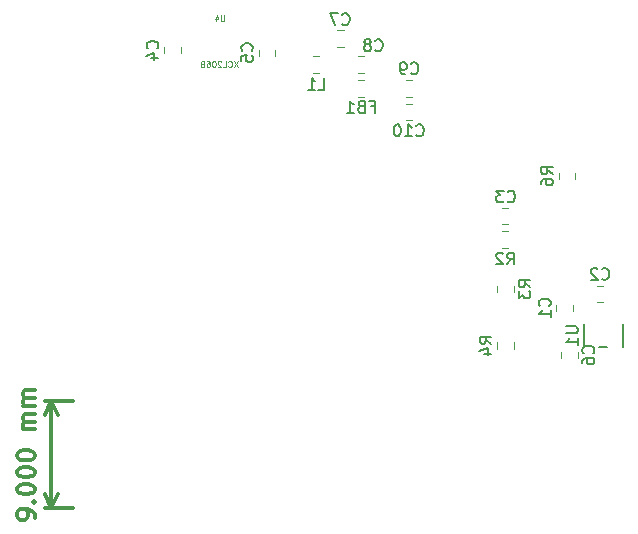
<source format=gbr>
G04 #@! TF.GenerationSoftware,KiCad,Pcbnew,5.0.1*
G04 #@! TF.CreationDate,2019-02-12T16:04:37-06:00*
G04 #@! TF.ProjectId,EFM,45464D2E6B696361645F706362000000,rev?*
G04 #@! TF.SameCoordinates,Original*
G04 #@! TF.FileFunction,Legend,Bot*
G04 #@! TF.FilePolarity,Positive*
%FSLAX46Y46*%
G04 Gerber Fmt 4.6, Leading zero omitted, Abs format (unit mm)*
G04 Created by KiCad (PCBNEW 5.0.1) date Tue 12 Feb 2019 04:04:37 PM CST*
%MOMM*%
%LPD*%
G01*
G04 APERTURE LIST*
%ADD10C,0.300000*%
%ADD11C,0.120000*%
%ADD12C,0.152400*%
%ADD13C,0.150000*%
%ADD14C,0.125000*%
G04 APERTURE END LIST*
D10*
X191728571Y-87357142D02*
X191728571Y-87071428D01*
X191657142Y-86928571D01*
X191585714Y-86857142D01*
X191371428Y-86714285D01*
X191085714Y-86642857D01*
X190514285Y-86642857D01*
X190371428Y-86714285D01*
X190300000Y-86785714D01*
X190228571Y-86928571D01*
X190228571Y-87214285D01*
X190300000Y-87357142D01*
X190371428Y-87428571D01*
X190514285Y-87500000D01*
X190871428Y-87500000D01*
X191014285Y-87428571D01*
X191085714Y-87357142D01*
X191157142Y-87214285D01*
X191157142Y-86928571D01*
X191085714Y-86785714D01*
X191014285Y-86714285D01*
X190871428Y-86642857D01*
X191585714Y-86000000D02*
X191657142Y-85928571D01*
X191728571Y-86000000D01*
X191657142Y-86071428D01*
X191585714Y-86000000D01*
X191728571Y-86000000D01*
X190228571Y-85000000D02*
X190228571Y-84857142D01*
X190300000Y-84714285D01*
X190371428Y-84642857D01*
X190514285Y-84571428D01*
X190800000Y-84500000D01*
X191157142Y-84500000D01*
X191442857Y-84571428D01*
X191585714Y-84642857D01*
X191657142Y-84714285D01*
X191728571Y-84857142D01*
X191728571Y-85000000D01*
X191657142Y-85142857D01*
X191585714Y-85214285D01*
X191442857Y-85285714D01*
X191157142Y-85357142D01*
X190800000Y-85357142D01*
X190514285Y-85285714D01*
X190371428Y-85214285D01*
X190300000Y-85142857D01*
X190228571Y-85000000D01*
X190228571Y-83571428D02*
X190228571Y-83428571D01*
X190300000Y-83285714D01*
X190371428Y-83214285D01*
X190514285Y-83142857D01*
X190800000Y-83071428D01*
X191157142Y-83071428D01*
X191442857Y-83142857D01*
X191585714Y-83214285D01*
X191657142Y-83285714D01*
X191728571Y-83428571D01*
X191728571Y-83571428D01*
X191657142Y-83714285D01*
X191585714Y-83785714D01*
X191442857Y-83857142D01*
X191157142Y-83928571D01*
X190800000Y-83928571D01*
X190514285Y-83857142D01*
X190371428Y-83785714D01*
X190300000Y-83714285D01*
X190228571Y-83571428D01*
X190228571Y-82142857D02*
X190228571Y-82000000D01*
X190300000Y-81857142D01*
X190371428Y-81785714D01*
X190514285Y-81714285D01*
X190800000Y-81642857D01*
X191157142Y-81642857D01*
X191442857Y-81714285D01*
X191585714Y-81785714D01*
X191657142Y-81857142D01*
X191728571Y-82000000D01*
X191728571Y-82142857D01*
X191657142Y-82285714D01*
X191585714Y-82357142D01*
X191442857Y-82428571D01*
X191157142Y-82500000D01*
X190800000Y-82500000D01*
X190514285Y-82428571D01*
X190371428Y-82357142D01*
X190300000Y-82285714D01*
X190228571Y-82142857D01*
X191728571Y-79857142D02*
X190728571Y-79857142D01*
X190871428Y-79857142D02*
X190800000Y-79785714D01*
X190728571Y-79642857D01*
X190728571Y-79428571D01*
X190800000Y-79285714D01*
X190942857Y-79214285D01*
X191728571Y-79214285D01*
X190942857Y-79214285D02*
X190800000Y-79142857D01*
X190728571Y-79000000D01*
X190728571Y-78785714D01*
X190800000Y-78642857D01*
X190942857Y-78571428D01*
X191728571Y-78571428D01*
X191728571Y-77857142D02*
X190728571Y-77857142D01*
X190871428Y-77857142D02*
X190800000Y-77785714D01*
X190728571Y-77642857D01*
X190728571Y-77428571D01*
X190800000Y-77285714D01*
X190942857Y-77214285D01*
X191728571Y-77214285D01*
X190942857Y-77214285D02*
X190800000Y-77142857D01*
X190728571Y-77000000D01*
X190728571Y-76785714D01*
X190800000Y-76642857D01*
X190942857Y-76571428D01*
X191728571Y-76571428D01*
X193150000Y-86500000D02*
X193150000Y-77500000D01*
X195000000Y-86500000D02*
X192563579Y-86500000D01*
X195000000Y-77500000D02*
X192563579Y-77500000D01*
X193150000Y-77500000D02*
X193736421Y-78626504D01*
X193150000Y-77500000D02*
X192563579Y-78626504D01*
X193150000Y-86500000D02*
X193736421Y-85373496D01*
X193150000Y-86500000D02*
X192563579Y-85373496D01*
D11*
G04 #@! TO.C,C1*
X237310000Y-69313748D02*
X237310000Y-69836252D01*
X235890000Y-69313748D02*
X235890000Y-69836252D01*
G04 #@! TO.C,C2*
X239836252Y-67690000D02*
X239313748Y-67690000D01*
X239836252Y-69110000D02*
X239313748Y-69110000D01*
G04 #@! TO.C,C3*
X231313748Y-62510000D02*
X231836252Y-62510000D01*
X231313748Y-61090000D02*
X231836252Y-61090000D01*
G04 #@! TO.C,C4*
X202690000Y-47513748D02*
X202690000Y-48036252D01*
X204110000Y-47513748D02*
X204110000Y-48036252D01*
G04 #@! TO.C,C5*
X212110000Y-47713748D02*
X212110000Y-48236252D01*
X210690000Y-47713748D02*
X210690000Y-48236252D01*
G04 #@! TO.C,C6*
X237710000Y-73836252D02*
X237710000Y-73313748D01*
X236290000Y-73836252D02*
X236290000Y-73313748D01*
G04 #@! TO.C,C7*
X217363748Y-46090000D02*
X217886252Y-46090000D01*
X217363748Y-47510000D02*
X217886252Y-47510000D01*
G04 #@! TO.C,C8*
X219113748Y-48290000D02*
X219636252Y-48290000D01*
X219113748Y-49710000D02*
X219636252Y-49710000D01*
G04 #@! TO.C,C9*
X223686252Y-50290000D02*
X223163748Y-50290000D01*
X223686252Y-51710000D02*
X223163748Y-51710000D01*
G04 #@! TO.C,C10*
X223686252Y-53710000D02*
X223163748Y-53710000D01*
X223686252Y-52290000D02*
X223163748Y-52290000D01*
G04 #@! TO.C,FB1*
X219636252Y-50290000D02*
X219113748Y-50290000D01*
X219636252Y-51710000D02*
X219113748Y-51710000D01*
G04 #@! TO.C,L1*
X215313748Y-48290000D02*
X215836252Y-48290000D01*
X215313748Y-49710000D02*
X215836252Y-49710000D01*
G04 #@! TO.C,R2*
X231313748Y-63090000D02*
X231836252Y-63090000D01*
X231313748Y-64510000D02*
X231836252Y-64510000D01*
G04 #@! TO.C,R3*
X232310000Y-68261252D02*
X232310000Y-67738748D01*
X230890000Y-68261252D02*
X230890000Y-67738748D01*
G04 #@! TO.C,R4*
X232310000Y-72513748D02*
X232310000Y-73036252D01*
X230890000Y-72513748D02*
X230890000Y-73036252D01*
G04 #@! TO.C,R6*
X237510000Y-58163748D02*
X237510000Y-58686252D01*
X236090000Y-58163748D02*
X236090000Y-58686252D01*
D12*
G04 #@! TO.C,U1*
X241500999Y-70914300D02*
X241500999Y-72920900D01*
X240187860Y-72920900D02*
X239512138Y-72920900D01*
X238198999Y-72920900D02*
X238198999Y-70914300D01*
G04 #@! TO.C,C1*
D13*
X235307142Y-69408333D02*
X235354761Y-69360714D01*
X235402380Y-69217857D01*
X235402380Y-69122619D01*
X235354761Y-68979761D01*
X235259523Y-68884523D01*
X235164285Y-68836904D01*
X234973809Y-68789285D01*
X234830952Y-68789285D01*
X234640476Y-68836904D01*
X234545238Y-68884523D01*
X234450000Y-68979761D01*
X234402380Y-69122619D01*
X234402380Y-69217857D01*
X234450000Y-69360714D01*
X234497619Y-69408333D01*
X235402380Y-70360714D02*
X235402380Y-69789285D01*
X235402380Y-70075000D02*
X234402380Y-70075000D01*
X234545238Y-69979761D01*
X234640476Y-69884523D01*
X234688095Y-69789285D01*
G04 #@! TO.C,C2*
X239741666Y-67107142D02*
X239789285Y-67154761D01*
X239932142Y-67202380D01*
X240027380Y-67202380D01*
X240170238Y-67154761D01*
X240265476Y-67059523D01*
X240313095Y-66964285D01*
X240360714Y-66773809D01*
X240360714Y-66630952D01*
X240313095Y-66440476D01*
X240265476Y-66345238D01*
X240170238Y-66250000D01*
X240027380Y-66202380D01*
X239932142Y-66202380D01*
X239789285Y-66250000D01*
X239741666Y-66297619D01*
X239360714Y-66297619D02*
X239313095Y-66250000D01*
X239217857Y-66202380D01*
X238979761Y-66202380D01*
X238884523Y-66250000D01*
X238836904Y-66297619D01*
X238789285Y-66392857D01*
X238789285Y-66488095D01*
X238836904Y-66630952D01*
X239408333Y-67202380D01*
X238789285Y-67202380D01*
G04 #@! TO.C,C3*
X231766666Y-60557142D02*
X231814285Y-60604761D01*
X231957142Y-60652380D01*
X232052380Y-60652380D01*
X232195238Y-60604761D01*
X232290476Y-60509523D01*
X232338095Y-60414285D01*
X232385714Y-60223809D01*
X232385714Y-60080952D01*
X232338095Y-59890476D01*
X232290476Y-59795238D01*
X232195238Y-59700000D01*
X232052380Y-59652380D01*
X231957142Y-59652380D01*
X231814285Y-59700000D01*
X231766666Y-59747619D01*
X231433333Y-59652380D02*
X230814285Y-59652380D01*
X231147619Y-60033333D01*
X231004761Y-60033333D01*
X230909523Y-60080952D01*
X230861904Y-60128571D01*
X230814285Y-60223809D01*
X230814285Y-60461904D01*
X230861904Y-60557142D01*
X230909523Y-60604761D01*
X231004761Y-60652380D01*
X231290476Y-60652380D01*
X231385714Y-60604761D01*
X231433333Y-60557142D01*
G04 #@! TO.C,C4*
X202107142Y-47608333D02*
X202154761Y-47560714D01*
X202202380Y-47417857D01*
X202202380Y-47322619D01*
X202154761Y-47179761D01*
X202059523Y-47084523D01*
X201964285Y-47036904D01*
X201773809Y-46989285D01*
X201630952Y-46989285D01*
X201440476Y-47036904D01*
X201345238Y-47084523D01*
X201250000Y-47179761D01*
X201202380Y-47322619D01*
X201202380Y-47417857D01*
X201250000Y-47560714D01*
X201297619Y-47608333D01*
X201535714Y-48465476D02*
X202202380Y-48465476D01*
X201154761Y-48227380D02*
X201869047Y-47989285D01*
X201869047Y-48608333D01*
G04 #@! TO.C,C5*
X210107142Y-47808333D02*
X210154761Y-47760714D01*
X210202380Y-47617857D01*
X210202380Y-47522619D01*
X210154761Y-47379761D01*
X210059523Y-47284523D01*
X209964285Y-47236904D01*
X209773809Y-47189285D01*
X209630952Y-47189285D01*
X209440476Y-47236904D01*
X209345238Y-47284523D01*
X209250000Y-47379761D01*
X209202380Y-47522619D01*
X209202380Y-47617857D01*
X209250000Y-47760714D01*
X209297619Y-47808333D01*
X209202380Y-48713095D02*
X209202380Y-48236904D01*
X209678571Y-48189285D01*
X209630952Y-48236904D01*
X209583333Y-48332142D01*
X209583333Y-48570238D01*
X209630952Y-48665476D01*
X209678571Y-48713095D01*
X209773809Y-48760714D01*
X210011904Y-48760714D01*
X210107142Y-48713095D01*
X210154761Y-48665476D01*
X210202380Y-48570238D01*
X210202380Y-48332142D01*
X210154761Y-48236904D01*
X210107142Y-48189285D01*
G04 #@! TO.C,C6*
X239007142Y-73408333D02*
X239054761Y-73360714D01*
X239102380Y-73217857D01*
X239102380Y-73122619D01*
X239054761Y-72979761D01*
X238959523Y-72884523D01*
X238864285Y-72836904D01*
X238673809Y-72789285D01*
X238530952Y-72789285D01*
X238340476Y-72836904D01*
X238245238Y-72884523D01*
X238150000Y-72979761D01*
X238102380Y-73122619D01*
X238102380Y-73217857D01*
X238150000Y-73360714D01*
X238197619Y-73408333D01*
X238102380Y-74265476D02*
X238102380Y-74075000D01*
X238150000Y-73979761D01*
X238197619Y-73932142D01*
X238340476Y-73836904D01*
X238530952Y-73789285D01*
X238911904Y-73789285D01*
X239007142Y-73836904D01*
X239054761Y-73884523D01*
X239102380Y-73979761D01*
X239102380Y-74170238D01*
X239054761Y-74265476D01*
X239007142Y-74313095D01*
X238911904Y-74360714D01*
X238673809Y-74360714D01*
X238578571Y-74313095D01*
X238530952Y-74265476D01*
X238483333Y-74170238D01*
X238483333Y-73979761D01*
X238530952Y-73884523D01*
X238578571Y-73836904D01*
X238673809Y-73789285D01*
G04 #@! TO.C,C7*
X217766666Y-45557142D02*
X217814285Y-45604761D01*
X217957142Y-45652380D01*
X218052380Y-45652380D01*
X218195238Y-45604761D01*
X218290476Y-45509523D01*
X218338095Y-45414285D01*
X218385714Y-45223809D01*
X218385714Y-45080952D01*
X218338095Y-44890476D01*
X218290476Y-44795238D01*
X218195238Y-44700000D01*
X218052380Y-44652380D01*
X217957142Y-44652380D01*
X217814285Y-44700000D01*
X217766666Y-44747619D01*
X217433333Y-44652380D02*
X216766666Y-44652380D01*
X217195238Y-45652380D01*
G04 #@! TO.C,C8*
X220566666Y-47757142D02*
X220614285Y-47804761D01*
X220757142Y-47852380D01*
X220852380Y-47852380D01*
X220995238Y-47804761D01*
X221090476Y-47709523D01*
X221138095Y-47614285D01*
X221185714Y-47423809D01*
X221185714Y-47280952D01*
X221138095Y-47090476D01*
X221090476Y-46995238D01*
X220995238Y-46900000D01*
X220852380Y-46852380D01*
X220757142Y-46852380D01*
X220614285Y-46900000D01*
X220566666Y-46947619D01*
X219995238Y-47280952D02*
X220090476Y-47233333D01*
X220138095Y-47185714D01*
X220185714Y-47090476D01*
X220185714Y-47042857D01*
X220138095Y-46947619D01*
X220090476Y-46900000D01*
X219995238Y-46852380D01*
X219804761Y-46852380D01*
X219709523Y-46900000D01*
X219661904Y-46947619D01*
X219614285Y-47042857D01*
X219614285Y-47090476D01*
X219661904Y-47185714D01*
X219709523Y-47233333D01*
X219804761Y-47280952D01*
X219995238Y-47280952D01*
X220090476Y-47328571D01*
X220138095Y-47376190D01*
X220185714Y-47471428D01*
X220185714Y-47661904D01*
X220138095Y-47757142D01*
X220090476Y-47804761D01*
X219995238Y-47852380D01*
X219804761Y-47852380D01*
X219709523Y-47804761D01*
X219661904Y-47757142D01*
X219614285Y-47661904D01*
X219614285Y-47471428D01*
X219661904Y-47376190D01*
X219709523Y-47328571D01*
X219804761Y-47280952D01*
G04 #@! TO.C,C9*
X223591666Y-49707142D02*
X223639285Y-49754761D01*
X223782142Y-49802380D01*
X223877380Y-49802380D01*
X224020238Y-49754761D01*
X224115476Y-49659523D01*
X224163095Y-49564285D01*
X224210714Y-49373809D01*
X224210714Y-49230952D01*
X224163095Y-49040476D01*
X224115476Y-48945238D01*
X224020238Y-48850000D01*
X223877380Y-48802380D01*
X223782142Y-48802380D01*
X223639285Y-48850000D01*
X223591666Y-48897619D01*
X223115476Y-49802380D02*
X222925000Y-49802380D01*
X222829761Y-49754761D01*
X222782142Y-49707142D01*
X222686904Y-49564285D01*
X222639285Y-49373809D01*
X222639285Y-48992857D01*
X222686904Y-48897619D01*
X222734523Y-48850000D01*
X222829761Y-48802380D01*
X223020238Y-48802380D01*
X223115476Y-48850000D01*
X223163095Y-48897619D01*
X223210714Y-48992857D01*
X223210714Y-49230952D01*
X223163095Y-49326190D01*
X223115476Y-49373809D01*
X223020238Y-49421428D01*
X222829761Y-49421428D01*
X222734523Y-49373809D01*
X222686904Y-49326190D01*
X222639285Y-49230952D01*
G04 #@! TO.C,C10*
X224042857Y-54957142D02*
X224090476Y-55004761D01*
X224233333Y-55052380D01*
X224328571Y-55052380D01*
X224471428Y-55004761D01*
X224566666Y-54909523D01*
X224614285Y-54814285D01*
X224661904Y-54623809D01*
X224661904Y-54480952D01*
X224614285Y-54290476D01*
X224566666Y-54195238D01*
X224471428Y-54100000D01*
X224328571Y-54052380D01*
X224233333Y-54052380D01*
X224090476Y-54100000D01*
X224042857Y-54147619D01*
X223090476Y-55052380D02*
X223661904Y-55052380D01*
X223376190Y-55052380D02*
X223376190Y-54052380D01*
X223471428Y-54195238D01*
X223566666Y-54290476D01*
X223661904Y-54338095D01*
X222471428Y-54052380D02*
X222376190Y-54052380D01*
X222280952Y-54100000D01*
X222233333Y-54147619D01*
X222185714Y-54242857D01*
X222138095Y-54433333D01*
X222138095Y-54671428D01*
X222185714Y-54861904D01*
X222233333Y-54957142D01*
X222280952Y-55004761D01*
X222376190Y-55052380D01*
X222471428Y-55052380D01*
X222566666Y-55004761D01*
X222614285Y-54957142D01*
X222661904Y-54861904D01*
X222709523Y-54671428D01*
X222709523Y-54433333D01*
X222661904Y-54242857D01*
X222614285Y-54147619D01*
X222566666Y-54100000D01*
X222471428Y-54052380D01*
G04 #@! TO.C,FB1*
X220208333Y-52528571D02*
X220541666Y-52528571D01*
X220541666Y-53052380D02*
X220541666Y-52052380D01*
X220065476Y-52052380D01*
X219351190Y-52528571D02*
X219208333Y-52576190D01*
X219160714Y-52623809D01*
X219113095Y-52719047D01*
X219113095Y-52861904D01*
X219160714Y-52957142D01*
X219208333Y-53004761D01*
X219303571Y-53052380D01*
X219684523Y-53052380D01*
X219684523Y-52052380D01*
X219351190Y-52052380D01*
X219255952Y-52100000D01*
X219208333Y-52147619D01*
X219160714Y-52242857D01*
X219160714Y-52338095D01*
X219208333Y-52433333D01*
X219255952Y-52480952D01*
X219351190Y-52528571D01*
X219684523Y-52528571D01*
X218160714Y-53052380D02*
X218732142Y-53052380D01*
X218446428Y-53052380D02*
X218446428Y-52052380D01*
X218541666Y-52195238D01*
X218636904Y-52290476D01*
X218732142Y-52338095D01*
G04 #@! TO.C,L1*
X215741666Y-51102380D02*
X216217857Y-51102380D01*
X216217857Y-50102380D01*
X214884523Y-51102380D02*
X215455952Y-51102380D01*
X215170238Y-51102380D02*
X215170238Y-50102380D01*
X215265476Y-50245238D01*
X215360714Y-50340476D01*
X215455952Y-50388095D01*
G04 #@! TO.C,R2*
X231741666Y-65902380D02*
X232075000Y-65426190D01*
X232313095Y-65902380D02*
X232313095Y-64902380D01*
X231932142Y-64902380D01*
X231836904Y-64950000D01*
X231789285Y-64997619D01*
X231741666Y-65092857D01*
X231741666Y-65235714D01*
X231789285Y-65330952D01*
X231836904Y-65378571D01*
X231932142Y-65426190D01*
X232313095Y-65426190D01*
X231360714Y-64997619D02*
X231313095Y-64950000D01*
X231217857Y-64902380D01*
X230979761Y-64902380D01*
X230884523Y-64950000D01*
X230836904Y-64997619D01*
X230789285Y-65092857D01*
X230789285Y-65188095D01*
X230836904Y-65330952D01*
X231408333Y-65902380D01*
X230789285Y-65902380D01*
G04 #@! TO.C,R3*
X233702380Y-67833333D02*
X233226190Y-67500000D01*
X233702380Y-67261904D02*
X232702380Y-67261904D01*
X232702380Y-67642857D01*
X232750000Y-67738095D01*
X232797619Y-67785714D01*
X232892857Y-67833333D01*
X233035714Y-67833333D01*
X233130952Y-67785714D01*
X233178571Y-67738095D01*
X233226190Y-67642857D01*
X233226190Y-67261904D01*
X232702380Y-68166666D02*
X232702380Y-68785714D01*
X233083333Y-68452380D01*
X233083333Y-68595238D01*
X233130952Y-68690476D01*
X233178571Y-68738095D01*
X233273809Y-68785714D01*
X233511904Y-68785714D01*
X233607142Y-68738095D01*
X233654761Y-68690476D01*
X233702380Y-68595238D01*
X233702380Y-68309523D01*
X233654761Y-68214285D01*
X233607142Y-68166666D01*
G04 #@! TO.C,R4*
X230402380Y-72608333D02*
X229926190Y-72275000D01*
X230402380Y-72036904D02*
X229402380Y-72036904D01*
X229402380Y-72417857D01*
X229450000Y-72513095D01*
X229497619Y-72560714D01*
X229592857Y-72608333D01*
X229735714Y-72608333D01*
X229830952Y-72560714D01*
X229878571Y-72513095D01*
X229926190Y-72417857D01*
X229926190Y-72036904D01*
X229735714Y-73465476D02*
X230402380Y-73465476D01*
X229354761Y-73227380D02*
X230069047Y-72989285D01*
X230069047Y-73608333D01*
G04 #@! TO.C,R6*
X235602380Y-58258333D02*
X235126190Y-57925000D01*
X235602380Y-57686904D02*
X234602380Y-57686904D01*
X234602380Y-58067857D01*
X234650000Y-58163095D01*
X234697619Y-58210714D01*
X234792857Y-58258333D01*
X234935714Y-58258333D01*
X235030952Y-58210714D01*
X235078571Y-58163095D01*
X235126190Y-58067857D01*
X235126190Y-57686904D01*
X234602380Y-59115476D02*
X234602380Y-58925000D01*
X234650000Y-58829761D01*
X234697619Y-58782142D01*
X234840476Y-58686904D01*
X235030952Y-58639285D01*
X235411904Y-58639285D01*
X235507142Y-58686904D01*
X235554761Y-58734523D01*
X235602380Y-58829761D01*
X235602380Y-59020238D01*
X235554761Y-59115476D01*
X235507142Y-59163095D01*
X235411904Y-59210714D01*
X235173809Y-59210714D01*
X235078571Y-59163095D01*
X235030952Y-59115476D01*
X234983333Y-59020238D01*
X234983333Y-58829761D01*
X235030952Y-58734523D01*
X235078571Y-58686904D01*
X235173809Y-58639285D01*
G04 #@! TO.C,U1*
X236702379Y-71155695D02*
X237511903Y-71155695D01*
X237607141Y-71203314D01*
X237654760Y-71250933D01*
X237702379Y-71346171D01*
X237702379Y-71536647D01*
X237654760Y-71631885D01*
X237607141Y-71679504D01*
X237511903Y-71727123D01*
X236702379Y-71727123D01*
X237702379Y-72727123D02*
X237702379Y-72155695D01*
X237702379Y-72441409D02*
X236702379Y-72441409D01*
X236845237Y-72346171D01*
X236940475Y-72250933D01*
X236988094Y-72155695D01*
G04 #@! TO.C,U4*
D14*
X207780952Y-44795790D02*
X207780952Y-45200552D01*
X207757142Y-45248171D01*
X207733333Y-45271980D01*
X207685714Y-45295790D01*
X207590476Y-45295790D01*
X207542857Y-45271980D01*
X207519047Y-45248171D01*
X207495238Y-45200552D01*
X207495238Y-44795790D01*
X207042857Y-44962457D02*
X207042857Y-45295790D01*
X207161904Y-44771980D02*
X207280952Y-45129123D01*
X206971428Y-45129123D01*
X208923333Y-48686190D02*
X208590000Y-49186190D01*
X208590000Y-48686190D02*
X208923333Y-49186190D01*
X208113809Y-49138571D02*
X208137619Y-49162380D01*
X208209047Y-49186190D01*
X208256666Y-49186190D01*
X208328095Y-49162380D01*
X208375714Y-49114761D01*
X208399523Y-49067142D01*
X208423333Y-48971904D01*
X208423333Y-48900476D01*
X208399523Y-48805238D01*
X208375714Y-48757619D01*
X208328095Y-48710000D01*
X208256666Y-48686190D01*
X208209047Y-48686190D01*
X208137619Y-48710000D01*
X208113809Y-48733809D01*
X207661428Y-49186190D02*
X207899523Y-49186190D01*
X207899523Y-48686190D01*
X207518571Y-48733809D02*
X207494761Y-48710000D01*
X207447142Y-48686190D01*
X207328095Y-48686190D01*
X207280476Y-48710000D01*
X207256666Y-48733809D01*
X207232857Y-48781428D01*
X207232857Y-48829047D01*
X207256666Y-48900476D01*
X207542380Y-49186190D01*
X207232857Y-49186190D01*
X206923333Y-48686190D02*
X206875714Y-48686190D01*
X206828095Y-48710000D01*
X206804285Y-48733809D01*
X206780476Y-48781428D01*
X206756666Y-48876666D01*
X206756666Y-48995714D01*
X206780476Y-49090952D01*
X206804285Y-49138571D01*
X206828095Y-49162380D01*
X206875714Y-49186190D01*
X206923333Y-49186190D01*
X206970952Y-49162380D01*
X206994761Y-49138571D01*
X207018571Y-49090952D01*
X207042380Y-48995714D01*
X207042380Y-48876666D01*
X207018571Y-48781428D01*
X206994761Y-48733809D01*
X206970952Y-48710000D01*
X206923333Y-48686190D01*
X206328095Y-48686190D02*
X206423333Y-48686190D01*
X206470952Y-48710000D01*
X206494761Y-48733809D01*
X206542380Y-48805238D01*
X206566190Y-48900476D01*
X206566190Y-49090952D01*
X206542380Y-49138571D01*
X206518571Y-49162380D01*
X206470952Y-49186190D01*
X206375714Y-49186190D01*
X206328095Y-49162380D01*
X206304285Y-49138571D01*
X206280476Y-49090952D01*
X206280476Y-48971904D01*
X206304285Y-48924285D01*
X206328095Y-48900476D01*
X206375714Y-48876666D01*
X206470952Y-48876666D01*
X206518571Y-48900476D01*
X206542380Y-48924285D01*
X206566190Y-48971904D01*
X205899523Y-48924285D02*
X205828095Y-48948095D01*
X205804285Y-48971904D01*
X205780476Y-49019523D01*
X205780476Y-49090952D01*
X205804285Y-49138571D01*
X205828095Y-49162380D01*
X205875714Y-49186190D01*
X206066190Y-49186190D01*
X206066190Y-48686190D01*
X205899523Y-48686190D01*
X205851904Y-48710000D01*
X205828095Y-48733809D01*
X205804285Y-48781428D01*
X205804285Y-48829047D01*
X205828095Y-48876666D01*
X205851904Y-48900476D01*
X205899523Y-48924285D01*
X206066190Y-48924285D01*
G04 #@! TD*
M02*

</source>
